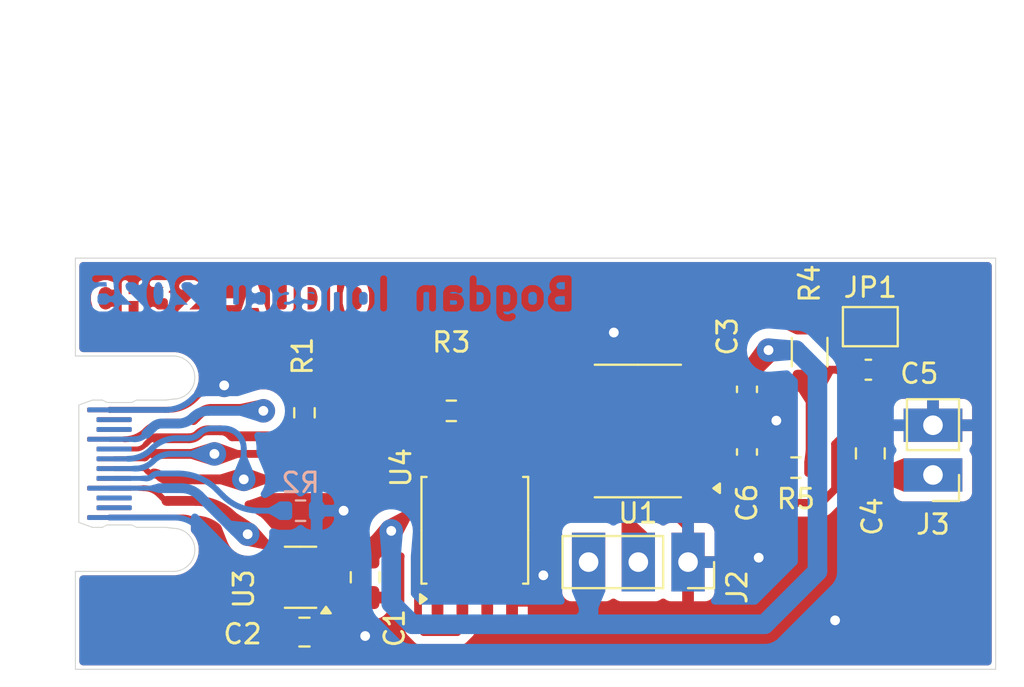
<source format=kicad_pcb>
(kicad_pcb (version 20240108) (generator "pcbnew") (generator_version "8.0")
  (layers (0 "F.Cu" signal) (31 "B.Cu" signal) (34 "B.Paste" user) (35 "F.Paste" user) (36 "B.SilkS" user "B.Silkscreen") (37 "F.SilkS" user "F.Silkscreen") (38 "B.Mask" user) (39 "F.Mask" user) (44 "Edge.Cuts" user))
  (net 0 "")
  (net 1 "+3V3")
  (net 2 "GND")
  (net 3 "+5V")
  (net 4 "Net-(J3-Pin_1)")
  (net 5 "Net-(C5-Pad1)")
  (net 6 "PA2")
  (net 7 "PC4")
  (net 8 "Net-(J1-CC2)")
  (net 9 "Net-(J1-CC1)")
  (net 10 "PC3")
  (net 11 "SWIO")
  (net 12 "PC6")
  (net 13 "PC7")
  (net 16 "PC5")
  (net 17 "PD3")
  (net 18 "PC0")
  (net 19 "PC1")
  (net 20 "PD6")
  (net 21 "PD7")
  (net 22 "PA1")
  (net 23 "PD5")
  (net 24 "PD2")
  (net 25 "PC2")
  (net 26 "PD0")
  (footprint "Capacitor_SMD:C_0603_1608Metric" (layer "F.Cu") (at 136.5 80.7)
    (property "Reference" "C5" (at 2.6 0.2 0) (layer "F.SilkS"))
    (property "Value" "22n")
    (fp_line (start -0.14058 -0.51) (end 0.14058 -0.51) (stroke (width 0.12)) (layer "F.SilkS"))
    (fp_line (start -0.14058 0.51) (end 0.14058 0.51) (stroke (width 0.12)) (layer "F.SilkS"))
    (pad "1" smd roundrect (at -0.775 0) (size 0.9 0.95) (layers "F.Cu" "F.Paste" "F.Mask") (net 5 "Net-(C5-Pad1)"))
    (pad "2" smd roundrect (at 0.775 0) (size 0.9 0.95) (layers "F.Cu" "F.Paste" "F.Mask") (net 22 "PA1"))
  )
  (footprint "Capacitor_SMD:C_0805_2012Metric_Pad1.18x1.45mm_HandSolder" (layer "F.Cu") (at 136.6 84.975 -90)
    (property "Reference" "C4" (at 3.225 -0.1 90) (layer "F.SilkS"))
    (property "Value" "10u")
    (fp_line (start -0.261253 0.735) (end 0.261253 0.735) (stroke (width 0.12)) (layer "F.SilkS"))
    (fp_line (start -0.261253 -0.735) (end 0.261253 -0.735) (stroke (width 0.12)) (layer "F.SilkS"))
    (pad "1" smd roundrect (at -1.0375 0 270) (size 1.175 1.45) (layers "F.Cu" "F.Paste" "F.Mask") (roundrect_rratio 0.212766) (net 22 "PA1"))
    (pad "2" smd roundrect (at 1.0375 0 270) (size 1.175 1.45) (layers "F.Cu" "F.Paste" "F.Mask") (roundrect_rratio 0.212766) (net 4 "Net-(J3-Pin_1)"))
  )
  (footprint "Capacitor_SMD:C_0603_1608Metric" (layer "F.Cu") (at 130.3 81.7 -90)
    (property "Reference" "C3" (at -2.7 1 90) (layer "F.SilkS"))
    (property "Value" "100n")
    (fp_line (start -0.140581 0.51) (end 0.140581 0.51) (stroke (width 0.12)) (layer "F.SilkS"))
    (fp_line (start -0.140581 -0.51) (end 0.140581 -0.51) (stroke (width 0.12)) (layer "F.SilkS"))
    (pad "1" smd roundrect (at -0.775 0 270) (size 0.9 0.95) (layers "F.Cu" "F.Paste" "F.Mask") (net 1 "+3V3"))
    (pad "2" smd roundrect (at 0.775 0 270) (size 0.9 0.95) (layers "F.Cu" "F.Paste" "F.Mask") (net 2 "GND"))
  )
  (footprint "Package_SO:TSSOP-20_4.4x6.5mm_P0.65mm" (layer "F.Cu") (at 124.727501 83.83 180)
    (property "Reference" "U1" (at 0 -4.199999 360) (layer "F.SilkS"))
    (property "Value" "~")
    (fp_line (start 0 3.384999) (end 2.199999 3.385) (stroke (width 0.12)) (layer "F.SilkS"))
    (fp_line (start 0 3.384999) (end -2.199999 3.385) (stroke (width 0.12)) (layer "F.SilkS"))
    (fp_line (start 0 -3.384999) (end 2.199999 -3.385) (stroke (width 0.12)) (layer "F.SilkS"))
    (fp_line (start 0 -3.384999) (end -2.199999 -3.385) (stroke (width 0.12)) (layer "F.SilkS"))
    (fp_poly (pts (xy -3.86 -2.925) (xy -4.189999 -3.165) (xy -4.19 -2.685) (xy -3.86 -2.925)) (stroke (width 0.12)) (fill solid) (layer "F.SilkS"))
    (pad "1" smd roundrect (at -2.8625 -2.925 180) (size 1.475 0.4) (layers "F.Cu" "F.Paste" "F.Mask") (net 22 "PA1"))
    (pad "2" smd roundrect (at -2.8625 -2.275 180) (size 1.475 0.4) (layers "F.Cu" "F.Paste" "F.Mask") (net 23 "PD5"))
    (pad "3" smd roundrect (at -2.8625 -1.625 180) (size 1.475 0.4) (layers "F.Cu" "F.Paste" "F.Mask") (net 20 "PD6"))
    (pad "4" smd roundrect (at -2.8625 -0.975 180) (size 1.475 0.4) (layers "F.Cu" "F.Paste" "F.Mask") (net 21 "PD7"))
    (pad "5" smd roundrect (at -2.8625 -0.325 180) (size 1.475 0.4) (layers "F.Cu" "F.Paste" "F.Mask") (net 22 "PA1"))
    (pad "6" smd roundrect (at -2.8625 0.325 180) (size 1.475 0.4) (layers "F.Cu" "F.Paste" "F.Mask") (net 6 "PA2"))
    (pad "7" smd roundrect (at -2.8625 0.975 180) (size 1.475 0.4) (layers "F.Cu" "F.Paste" "F.Mask") (net 2 "GND"))
    (pad "8" smd roundrect (at -2.8625 1.625 180) (size 1.475 0.4) (layers "F.Cu" "F.Paste" "F.Mask") (net 26 "PD0"))
    (pad "9" smd roundrect (at -2.8625 2.275 180) (size 1.475 0.4) (layers "F.Cu" "F.Paste" "F.Mask") (net 1 "+3V3"))
    (pad "10" smd roundrect (at -2.8625 2.925 180) (size 1.475 0.4) (layers "F.Cu" "F.Paste" "F.Mask") (net 18 "PC0"))
    (pad "11" smd roundrect (at 2.8625 2.925 180) (size 1.475 0.4) (layers "F.Cu" "F.Paste" "F.Mask") (net 19 "PC1"))
    (pad "12" smd roundrect (at 2.8625 2.275 180) (size 1.475 0.4) (layers "F.Cu" "F.Paste" "F.Mask") (net 25 "PC2"))
    (pad "13" smd roundrect (at 2.8625 1.625 180) (size 1.475 0.4) (layers "F.Cu" "F.Paste" "F.Mask") (net 10 "PC3"))
    (pad "14" smd roundrect (at 2.8625 0.975 180) (size 1.475 0.4) (layers "F.Cu" "F.Paste" "F.Mask") (net 7 "PC4"))
    (pad "15" smd roundrect (at 2.8625 0.325 180) (size 1.475 0.4) (layers "F.Cu" "F.Paste" "F.Mask") (net 16 "PC5"))
    (pad "16" smd roundrect (at 2.8625 -0.325 180) (size 1.475 0.4) (layers "F.Cu" "F.Paste" "F.Mask") (net 12 "PC6"))
    (pad "17" smd roundrect (at 2.8625 -0.975 180) (size 1.475 0.4) (layers "F.Cu" "F.Paste" "F.Mask") (net 13 "PC7"))
    (pad "18" smd roundrect (at 2.8625 -1.625 180) (size 1.475 0.4) (layers "F.Cu" "F.Paste" "F.Mask") (net 11 "SWIO"))
    (pad "19" smd roundrect (at 2.8625 -2.275 180) (size 1.475 0.4) (layers "F.Cu" "F.Paste" "F.Mask") (net 24 "PD2"))
    (pad "20" smd roundrect (at 2.8625 -2.925 180) (size 1.475 0.4) (layers "F.Cu" "F.Paste" "F.Mask") (net 17 "PD3"))
  )
  (footprint "Connector_PinHeader_2.54mm:PinHeader_1x02_P2.54mm_Vertical" (layer "F.Cu") (at 139.8 86.075 180)
    (property "Reference" "J3" (at 0 -2.525 360) (layer "F.SilkS"))
    (property "Value" "Conn_01x02")
    (fp_line (start 1.33 1.270001) (end 1.33 3.87) (stroke (width 0.12)) (layer "F.SilkS"))
    (fp_line (start -1.33 3.87) (end 1.33 3.87) (stroke (width 0.12)) (layer "F.SilkS"))
    (fp_line (start -1.33 1.270001) (end 1.33 1.270001) (stroke (width 0.12)) (layer "F.SilkS"))
    (fp_line (start -1.33 1.270001) (end -1.33 3.87) (stroke (width 0.12)) (layer "F.SilkS"))
    (fp_line (start -1.33 0) (end -1.33 -1.33) (stroke (width 0.12)) (layer "F.SilkS"))
    (fp_line (start -1.33 -1.33) (end 0 -1.33) (stroke (width 0.12)) (layer "F.SilkS"))
    (pad "1" thru_hole rect (at 0 0 180) (size 3 1.7) (drill 1) (layers "*.Cu" "*.Mask") (net 4 "Net-(J3-Pin_1)"))
    (pad "2" thru_hole rect (at 0 2.54 180) (size 3 1.7) (drill 1) (layers "*.Cu" "*.Mask") (net 2 "GND"))
  )
  (footprint "Capacitor_SMD:C_0603_1608Metric" (layer "F.Cu") (at 130.3 84.9 90)
    (property "Reference" "C6" (at -2.6 0 90) (layer "F.SilkS"))
    (property "Value" "1n5")
    (fp_line (start -0.140581 -0.51) (end 0.140581 -0.51) (stroke (width 0.12)) (layer "F.SilkS"))
    (fp_line (start -0.140581 0.51) (end 0.140581 0.51) (stroke (width 0.12)) (layer "F.SilkS"))
    (pad "1" smd roundrect (at -0.775 0 90) (size 0.9 0.95) (layers "F.Cu" "F.Paste" "F.Mask") (net 6 "PA2"))
    (pad "2" smd roundrect (at 0.775 0 90) (size 0.9 0.95) (layers "F.Cu" "F.Paste" "F.Mask") (net 2 "GND"))
  )
  (footprint "Capacitor_SMD:C_0805_2012Metric_Pad1.18x1.45mm_HandSolder" (layer "F.Cu") (at 107.7 94.1)
    (property "Reference" "C2" (at -3.1625 0.1 360) (layer "F.SilkS"))
    (property "Value" "10u")
    (fp_line (start -0.261253 -0.735) (end 0.261253 -0.735) (stroke (width 0.12)) (layer "F.SilkS"))
    (fp_line (start -0.261253 0.735) (end 0.261253 0.735) (stroke (width 0.12)) (layer "F.SilkS"))
    (pad "1" smd roundrect (at -1.0375 0) (size 1.175 1.45) (layers "F.Cu" "F.Paste" "F.Mask") (roundrect_rratio 0.212766) (net 3 "+5V"))
    (pad "2" smd roundrect (at 1.0375 0) (size 1.175 1.45) (layers "F.Cu" "F.Paste" "F.Mask") (roundrect_rratio 0.212766) (net 2 "GND"))
  )
  (footprint "Resistor_SMD:R_1206_3216Metric" (layer "F.Cu") (at 133.5 79.8 90)
    (property "Reference" "R4" (at 3.5 0 90) (layer "F.SilkS"))
    (property "Value" "330")
    (fp_line (start -0.727064 -0.91) (end 0.727064 -0.91) (stroke (width 0.12)) (layer "F.SilkS"))
    (fp_line (start -0.727064 0.91) (end 0.727064 0.91) (stroke (width 0.12)) (layer "F.SilkS"))
    (pad "1" smd roundrect (at -1.4625 0 90) (size 1.125 1.75) (layers "F.Cu" "F.Paste" "F.Mask") (roundrect_rratio 0.222222) (net 5 "Net-(C5-Pad1)"))
    (pad "2" smd roundrect (at 1.4625 0 90) (size 1.125 1.75) (layers "F.Cu" "F.Paste" "F.Mask") (roundrect_rratio 0.222222) (net 10 "PC3"))
  )
  (footprint "Resistor_SMD:R_0603_1608Metric" (layer "F.Cu") (at 107.7 82.9 -90)
    (property "Reference" "R1" (at -2.9 0.1 90) (layer "F.SilkS"))
    (property "Value" "5K1")
    (fp_line (start -0.237258 0.5225) (end 0.237258 0.5225) (stroke (width 0.12)) (layer "F.SilkS"))
    (fp_line (start -0.237258 -0.5225) (end 0.237258 -0.5225) (stroke (width 0.12)) (layer "F.SilkS"))
    (pad "1" smd roundrect (at -0.825 0 270) (size 0.8 0.95) (layers "F.Cu" "F.Paste" "F.Mask") (net 2 "GND"))
    (pad "2" smd roundrect (at 0.825 0 270) (size 0.8 0.95) (layers "F.Cu" "F.Paste" "F.Mask") (net 9 "Net-(J1-CC1)"))
  )
  (footprint "Capacitor_SMD:C_0805_2012Metric_Pad1.18x1.45mm_HandSolder" (layer "F.Cu") (at 110.8 91.3 -90)
    (property "Reference" "C1" (at 2.6 -1.5 90) (layer "F.SilkS"))
    (property "Value" "1u")
    (fp_line (start -0.261253 0.735) (end 0.261253 0.735) (stroke (width 0.12)) (layer "F.SilkS"))
    (fp_line (start -0.261253 -0.735) (end 0.261253 -0.735) (stroke (width 0.12)) (layer "F.SilkS"))
    (pad "1" smd roundrect (at -1.0375 0 270) (size 1.175 1.45) (layers "F.Cu" "F.Paste" "F.Mask") (roundrect_rratio 0.212766) (net 1 "+3V3"))
    (pad "2" smd roundrect (at 1.0375 0 270) (size 1.175 1.45) (layers "F.Cu" "F.Paste" "F.Mask") (roundrect_rratio 0.212766) (net 2 "GND"))
  )
  (footprint "Resistor_SMD:R_0603_1608Metric" (layer "F.Cu") (at 115.2 82.8 180)
    (property "Reference" "R3" (at 0 3.5 360) (layer "F.SilkS"))
    (property "Value" "1K5")
    (fp_line (start -0.237258 0.5225) (end 0.237258 0.5225) (stroke (width 0.12)) (layer "F.SilkS"))
    (fp_line (start -0.237258 -0.5225) (end 0.237258 -0.5225) (stroke (width 0.12)) (layer "F.SilkS"))
    (pad "1" smd roundrect (at -0.825 0 180) (size 0.8 0.95) (layers "F.Cu" "F.Paste" "F.Mask") (net 7 "PC4"))
    (pad "2" smd roundrect (at 0.825 0 180) (size 0.8 0.95) (layers "F.Cu" "F.Paste" "F.Mask") (net 25 "PC2"))
  )
  (footprint "Connector_PinSocket_2.54mm:PinSocket_1x03_P2.54mm_Vertical" (layer "F.Cu") (at 127.29 90.525 -90)
    (property "Reference" "J2" (at 1.275 -2.51 90) (layer "F.SilkS"))
    (property "Value" "Debug")
    (fp_line (start -1.33 6.409999) (end 1.33 6.409999) (stroke (width 0.12)) (layer "F.SilkS"))
    (fp_line (start -1.33 1.270001) (end -1.33 6.409999) (stroke (width 0.12)) (layer "F.SilkS"))
    (fp_line (start -1.33 1.270001) (end 1.33 1.270001) (stroke (width 0.12)) (layer "F.SilkS"))
    (fp_line (start 1.33 1.270001) (end 1.33 6.409999) (stroke (width 0.12)) (layer "F.SilkS"))
    (fp_line (start 0 -1.33) (end 1.33 -1.33) (stroke (width 0.12)) (layer "F.SilkS"))
    (fp_line (start 1.33 -1.33) (end 1.33 0) (stroke (width 0.12)) (layer "F.SilkS"))
    (pad "1" thru_hole rect (at 0 0 270) (size 3 1.7) (drill 1) (layers "*.Cu" "*.Mask") (net 2 "GND"))
    (pad "2" thru_hole rect (at 0 2.54 270) (size 3 1.7) (drill 1) (layers "*.Cu" "*.Mask") (net 11 "SWIO"))
    (pad "3" thru_hole rect (at 0 5.079999 270) (size 3 1.7) (drill 1) (layers "*.Cu" "*.Mask") (net 1 "+3V3"))
  )
  (footprint "Resistor_SMD:R_0603_1608Metric" (layer "F.Cu") (at 132.8 85.7)
    (property "Reference" "R5" (at 0 1.6 0) (layer "F.SilkS"))
    (property "Value" "10k")
    (fp_line (start -0.237258 -0.5225) (end 0.237258 -0.5225) (stroke (width 0.12)) (layer "F.SilkS"))
    (fp_line (start -0.237258 0.5225) (end 0.237258 0.5225) (stroke (width 0.12)) (layer "F.SilkS"))
    (pad "1" smd roundrect (at -0.825 0) (size 0.8 0.95) (layers "F.Cu" "F.Paste" "F.Mask") (net 6 "PA2"))
    (pad "2" smd roundrect (at 0.825 0) (size 0.8 0.95) (layers "F.Cu" "F.Paste" "F.Mask") (net 5 "Net-(C5-Pad1)"))
  )
  (footprint "Jumper:SolderJumper-2_P1.3mm_Open_TrianglePad1.0x1.5mm" (layer "F.Cu") (at 136.6 78.5)
    (property "Reference" "JP1" (at 0 -2 0) (layer "F.SilkS"))
    (property "Value" "Disable OPA")
    (fp_line (start -1.4 -1) (end 1.4 -1) (stroke (width 0.12)) (layer "F.SilkS"))
    (fp_line (start -1.4 1) (end -1.4 -1) (stroke (width 0.12)) (layer "F.SilkS"))
    (fp_line (start 1.4 -1) (end 1.4 1) (stroke (width 0.12)) (layer "F.SilkS"))
    (fp_line (start 1.4 1) (end -1.4 1) (stroke (width 0.12)) (layer "F.SilkS"))
    (pad "1" smd custom (at -0.725 0) (size 0.3 0.3) (layers "F.Cu" "F.Mask") (net 10 "PC3") (options (clearance outline) (anchor rect)) (primitives (gr_poly (pts (xy 1 0) (xy 0.5 0.75) (xy -0.5 0.75) (xy -0.5 -0.75) (xy 0.5 -0.75)) (width 0) (fill yes))))
    (pad "2" smd custom (at 0.725 0) (size 0.3 0.3) (layers "F.Cu" "F.Mask") (net 22 "PA1") (options (clearance outline) (anchor rect)) (primitives (gr_poly (pts (xy 0.5 0.75) (xy -0.65 0.75) (xy -0.15 0) (xy -0.65 -0.75) (xy 0.5 -0.75)) (width 0) (fill yes))))
  )
  (footprint "USB-C-PCB:USB_C_PADDLE" (layer "F.Cu") (at 98.625 85.5 90)
    (property "Reference" "J1" (hide yes))
    (property "Value" "USB_C_Receptacle_USB2.0_14P")
    (fp_line (start 3 -2.45) (end -3 -2.45) (stroke (width 0.05)) (layer "Edge.Cuts"))
    (fp_line (start 3 -2.45) (end 3.25 -1.75) (stroke (width 0.05)) (layer "Edge.Cuts"))
    (fp_line (start -3 -2.45) (end -3.25 -1.75) (stroke (width 0.05)) (layer "Edge.Cuts"))
    (fp_line (start 3.25 -1.75) (end 3.250001 -1.25) (stroke (width 0.05)) (layer "Edge.Cuts"))
    (fp_line (start -3.25 -1.75) (end -3.250001 -1.25) (stroke (width 0.05)) (layer "Edge.Cuts"))
    (fp_line (start 3.250001 -1.25) (end 3.125 -1) (stroke (width 0.05)) (layer "Edge.Cuts"))
    (fp_line (start -3.250001 -1.25) (end -3.125 -1) (stroke (width 0.05)) (layer "Edge.Cuts"))
    (fp_line (start 3.125 -1) (end 3.125 0.25) (stroke (width 0.05)) (layer "Edge.Cuts"))
    (fp_line (start -3.125 -1) (end -3.125 0.25) (stroke (width 0.05)) (layer "Edge.Cuts"))
    (fp_line (start 3.25 0.499999) (end 3.125 0.25) (stroke (width 0.05)) (layer "Edge.Cuts"))
    (fp_line (start -3.25 0.499999) (end -3.125 0.25) (stroke (width 0.05)) (layer "Edge.Cuts"))
    (fp_line (start -3.25 0.499999) (end -3.25 2.000001) (stroke (width 0.05)) (layer "Edge.Cuts"))
    (fp_line (start 3.25 2.000001) (end 3.25 0.499999) (stroke (width 0.05)) (layer "Edge.Cuts"))
    (pad "A1" smd roundrect (at 2.75 -0.875 90) (size 0.25 2.3) (layers "F.Cu" "F.Paste" "F.Mask") (net 2 "GND"))
    (pad "A2" smd roundrect (at 2.25 -0.65 90) (size 0.25 1.8) (layers "F.Cu" "F.Paste" "F.Mask"))
    (pad "A3" smd roundrect (at 1.749999 -0.65 90) (size 0.25 1.8) (layers "F.Cu" "F.Paste" "F.Mask"))
    (pad "A4" smd roundrect (at 1.25 -0.875 90) (size 0.25 2.3) (layers "F.Cu" "F.Paste" "F.Mask") (net 3 "+5V"))
    (pad "A5" smd roundrect (at 0.75 -0.649999 90) (size 0.25 1.8) (layers "F.Cu" "F.Paste" "F.Mask") (net 9 "Net-(J1-CC1)"))
    (pad "A6" smd roundrect (at 0.25 -0.65 90) (size 0.25 1.8) (layers "F.Cu" "F.Paste" "F.Mask") (net 19 "PC1"))
    (pad "A7" smd roundrect (at -0.25 -0.65 270) (size 0.25 1.8) (layers "F.Cu" "F.Paste" "F.Mask") (net 25 "PC2"))
    (pad "A8" smd roundrect (at -0.75 -0.649999 270) (size 0.25 1.8) (layers "F.Cu" "F.Paste" "F.Mask"))
    (pad "A9" smd roundrect (at -1.25 -0.875 270) (size 0.25 2.3) (layers "F.Cu" "F.Paste" "F.Mask") (net 3 "+5V"))
    (pad "A10" smd roundrect (at -1.749999 -0.65 270) (size 0.25 1.8) (layers "F.Cu" "F.Paste" "F.Mask"))
    (pad "A11" smd roundrect (at -2.25 -0.65 270) (size 0.25 1.8) (layers "F.Cu" "F.Paste" "F.Mask"))
    (pad "A12" smd roundrect (at -2.75 -0.875 270) (size 0.25 2.3) (layers "F.Cu" "F.Paste" "F.Mask") (net 2 "GND"))
    (pad "B1" smd roundrect (at -2.75 -0.87 90) (size 0.25 2.3) (layers "B.Cu" "B.Paste" "B.Mask") (net 2 "GND"))
    (pad "B2" smd roundrect (at -2.25 -0.645 90) (size 0.25 1.8) (layers "B.Cu" "B.Paste" "B.Mask"))
    (pad "B3" smd roundrect (at -1.75 -0.645 90) (size 0.25 1.8) (layers "B.Cu" "B.Paste" "B.Mask"))
    (pad "B4" smd roundrect (at -1.25 -0.869999 90) (size 0.25 2.3) (layers "B.Cu" "B.Paste" "B.Mask") (net 3 "+5V"))
    (pad "B5" smd roundrect (at -0.75 -0.645 90) (size 0.25 1.8) (layers "B.Cu" "B.Paste" "B.Mask") (net 8 "Net-(J1-CC2)"))
    (pad "B6" smd roundrect (at -0.25 -0.645 90) (size 0.25 1.8) (layers "B.Cu" "B.Paste" "B.Mask") (net 19 "PC1"))
    (pad "B7" smd roundrect (at 0.25 -0.645 270) (size 0.25 1.8) (layers "B.Cu" "B.Paste" "B.Mask") (net 25 "PC2"))
    (pad "B8" smd roundrect (at 0.75 -0.645 270) (size 0.25 1.8) (layers "B.Cu" "B.Paste" "B.Mask"))
    (pad "B9" smd roundrect (at 1.25 -0.869999 270) (size 0.25 2.3) (layers "B.Cu" "B.Paste" "B.Mask") (net 3 "+5V"))
    (pad "B10" smd roundrect (at 1.75 -0.645 270) (size 0.25 1.8) (layers "B.Cu" "B.Paste" "B.Mask"))
    (pad "B11" smd roundrect (at 2.25 -0.645 270) (size 0.25 1.8) (layers "B.Cu" "B.Paste" "B.Mask"))
    (pad "B12" smd roundrect (at 2.75 -0.87 270) (size 0.25 2.3) (layers "B.Cu" "B.Paste" "B.Mask") (net 2 "GND"))
  )
  (footprint "Package_TO_SOT_SMD:SOT-23-3" (layer "F.Cu") (at 107.499999 91.3 180)
    (property "Reference" "U3" (at 2.899999 -0.6 90) (layer "F.SilkS"))
    (property "Value" "XC6206PxxxMR")
    (fp_line (start 0 1.560001) (end 0.8 1.56) (stroke (width 0.12)) (layer "F.SilkS"))
    (fp_line (start 0 1.560001) (end -0.8 1.56) (stroke (width 0.12)) (layer "F.SilkS"))
    (fp_line (start 0 -1.560001) (end 0.8 -1.56) (stroke (width 0.12)) (layer "F.SilkS"))
    (fp_line (start 0 -1.560001) (end -0.8 -1.56) (stroke (width 0.12)) (layer "F.SilkS"))
    (fp_poly (pts (xy -1.3 -1.51) (xy -1.54 -1.84) (xy -1.06 -1.84) (xy -1.3 -1.51)) (stroke (width 0.12)) (fill solid) (layer "F.SilkS"))
    (pad "1" smd roundrect (at -1.1375 -0.949999 180) (size 1.325 0.6) (layers "F.Cu" "F.Paste" "F.Mask") (net 2 "GND"))
    (pad "2" smd roundrect (at -1.1375 0.949999 180) (size 1.325 0.6) (layers "F.Cu" "F.Paste" "F.Mask") (net 1 "+3V3"))
    (pad "3" smd roundrect (at 1.1375 0 180) (size 1.325 0.6) (layers "F.Cu" "F.Paste" "F.Mask") (net 3 "+5V"))
  )
  (footprint "Package_SO:SOIC-8_5.23x5.23mm_P1.27mm" (layer "F.Cu") (at 116.4 88.9 90)
    (property "Reference" "U4" (at 3.2 -3.765 90) (layer "F.SilkS"))
    (property "Value" "W25Q16JVSS")
    (fp_line (start 2.725 -2.725) (end 2.725 -2.465) (stroke (width 0.12)) (layer "F.SilkS"))
    (fp_line (start 0 -2.725) (end 2.725 -2.725) (stroke (width 0.12)) (layer "F.SilkS"))
    (fp_line (start 0 -2.725) (end -2.725 -2.725) (stroke (width 0.12)) (layer "F.SilkS"))
    (fp_line (start -2.725 -2.725) (end -2.725 -2.465) (stroke (width 0.12)) (layer "F.SilkS"))
    (fp_line (start 2.725 2.725) (end 2.725 2.465) (stroke (width 0.12)) (layer "F.SilkS"))
    (fp_line (start 0 2.725) (end 2.725 2.725) (stroke (width 0.12)) (layer "F.SilkS"))
    (fp_line (start 0 2.725) (end -2.725 2.725) (stroke (width 0.12)) (layer "F.SilkS"))
    (fp_line (start -2.725 2.725) (end -2.725 2.465) (stroke (width 0.12)) (layer "F.SilkS"))
    (fp_poly (pts (xy -3.5075 -2.465) (xy -3.7475 -2.795) (xy -3.2675 -2.795) (xy -3.5075 -2.465)) (stroke (width 0.12)) (fill solid) (layer "F.SilkS"))
    (pad "1" smd roundrect (at -3.6 -1.905 90) (size 1.6 0.6) (layers "F.Cu" "F.Paste" "F.Mask") (net 24 "PD2"))
    (pad "2" smd roundrect (at -3.6 -0.635 90) (size 1.6 0.6) (layers "F.Cu" "F.Paste" "F.Mask") (net 13 "PC7"))
    (pad "3" smd roundrect (at -3.6 0.635 90) (size 1.6 0.6) (layers "F.Cu" "F.Paste" "F.Mask"))
    (pad "4" smd roundrect (at -3.6 1.905 90) (size 1.6 0.6) (layers "F.Cu" "F.Paste" "F.Mask") (net 2 "GND"))
    (pad "5" smd roundrect (at 3.6 1.905 90) (size 1.6 0.6) (layers "F.Cu" "F.Paste" "F.Mask") (net 12 "PC6"))
    (pad "6" smd roundrect (at 3.6 0.635 90) (size 1.6 0.6) (layers "F.Cu" "F.Paste" "F.Mask") (net 16 "PC5"))
    (pad "7" smd roundrect (at 3.6 -0.635 90) (size 1.6 0.6) (layers "F.Cu" "F.Paste" "F.Mask"))
    (pad "8" smd roundrect (at 3.6 -1.905 90) (size 1.6 0.6) (layers "F.Cu" "F.Paste" "F.Mask") (net 1 "+3V3"))
  )
  (footprint "Resistor_SMD:R_0603_1608Metric" (layer "B.Cu") (at 107.5 87.9 180)
    (property "Reference" "R2" (at 0 1.43 0) (layer "B.SilkS") (effects (justify mirror)))
    (property "Value" "5K1")
    (fp_line (start 0.237258 0.5225) (end -0.237258 0.5225) (stroke (width 0.12)) (layer "B.SilkS"))
    (fp_line (start 0.237258 -0.5225) (end -0.237258 -0.5225) (stroke (width 0.12)) (layer "B.SilkS"))
    (pad "1" smd roundrect (at -0.825 0 180) (size 0.8 0.95) (layers "B.Cu" "B.Paste" "B.Mask") (net 2 "GND"))
    (pad "2" smd roundrect (at 0.825 0 180) (size 0.8 0.95) (layers "B.Cu" "B.Paste" "B.Mask") (net 8 "Net-(J1-CC2)"))
  )
  (gr_line (start 96 91) (end 101 91) (stroke (width 0.05)) (layer "Edge.Cuts"))
  (gr_line (start 96 80) (end 96 75) (stroke (width 0.05)) (layer "Edge.Cuts"))
  (gr_line (start 96 91) (end 96 96) (stroke (width 0.05)) (layer "Edge.Cuts"))
  (gr_arc (start 101 88.8) (mid 102.1 89.9) (end 101 91) (stroke (width 0.05)) (layer "Edge.Cuts"))
  (gr_line (start 143 96) (end 143 75) (stroke (width 0.05)) (layer "Edge.Cuts"))
  (gr_line (start 101 88.8) (end 100.625001 88.75) (stroke (width 0.05)) (layer "Edge.Cuts"))
  (gr_line (start 143 75) (end 96 75) (stroke (width 0.05)) (layer "Edge.Cuts"))
  (gr_line (start 143 96) (end 96 96) (stroke (width 0.05)) (layer "Edge.Cuts"))
  (gr_line (start 96 80) (end 101 80) (stroke (width 0.05)) (layer "Edge.Cuts"))
  (gr_line (start 100.625001 82.25) (end 101 82.2) (stroke (width 0.05)) (layer "Edge.Cuts"))
  (gr_arc (start 101 80) (mid 102.1 81.1) (end 101 82.2) (stroke (width 0.05)) (layer "Edge.Cuts"))
  (gr_text "CH32-AUDIO" (at 103.9 78 -0) (layer "F.Cu" knockout) (effects (font (size 1.5 1.5) (thickness 0.35) (bold yes)) (justify bottom)))
  (gr_text "Bogdan Ionescu 2025" (at 109.1 76 0) (layer "B.Cu" knockout) (effects (font (size 1.5 1.5) (thickness 0.35) (bold yes)) (justify top mirror)))
  (segment (start 114.495 86.5675) (end 112.13125 88.93125) (width 0.5) (layer "F.Cu") (net 1))
  (segment (start 128.745 81.555) (end 127.590001 81.555) (width 0.4) (layer "F.Cu") (net 1))
  (segment (start 131.4 79.7) (end 131.4 79.825) (width 1) (layer "F.Cu") (net 1))
  (segment (start 112.13125 88.93125) (end 110.8 90.2625) (width 1) (layer "F.Cu") (net 1))
  (segment (start 129.375 80.925) (end 130.3 80.925) (width 0.4) (layer "F.Cu") (net 1))
  (segment (start 114.495 85.3) (end 114.495 86.5675) (width 0.5) (layer "F.Cu") (net 1))
  (segment (start 110.8 90.2625) (end 108.725 90.2625) (width 0.5) (layer "F.Cu") (net 1))
  (segment (start 131.4 79.825) (end 130.3 80.925) (width 1) (layer "F.Cu") (net 1))
  (segment (start 128.745 81.555) (end 129.375 80.925) (width 0.4) (layer "F.Cu") (net 1))
  (segment (start 108.725 90.2625) (end 108.637499 90.350001) (width 0.5) (layer "F.Cu") (net 1))
  (via (at 112.13125 88.93125) (size 1.2) (drill 0.5) (layers "F.Cu" "B.Cu") (net 1))
  (via (at 131.4 79.7) (size 1.2) (drill 0.5) (layers "F.Cu" "B.Cu") (net 1))
  (segment (start 133.9 80.8) (end 132.8 79.7) (width 1) (layer "B.Cu") (net 1))
  (segment (start 112.13125 88.93125) (end 112.13125 92.63125) (width 1) (layer "B.Cu") (net 1))
  (segment (start 113.2 93.7) (end 121.8 93.7) (width 1) (layer "B.Cu") (net 1))
  (segment (start 133.9 91) (end 133.9 80.8) (width 1) (layer "B.Cu") (net 1))
  (segment (start 112.13125 92.63125) (end 113.2 93.7) (width 1) (layer "B.Cu") (net 1))
  (segment (start 132.8 79.7) (end 131.4 79.7) (width 1) (layer "B.Cu") (net 1))
  (segment (start 131.2 93.7) (end 133.9 91) (width 1) (layer "B.Cu") (net 1))
  (segment (start 122.210001 93.289999) (end 122.210001 90.525) (width 1) (layer "B.Cu") (net 1))
  (segment (start 121.8 93.7) (end 131.2 93.7) (width 1) (layer "B.Cu") (net 1))
  (segment (start 121.8 93.7) (end 122.210001 93.289999) (width 1) (layer "B.Cu") (net 1))
  (segment (start 101.49038 88.25) (end 97.75 88.25) (width 0.3) (layer "F.Cu") (net 2))
  (segment (start 125.845 82.855) (end 125.5 83.2) (width 0.4) (layer "F.Cu") (net 2))
  (segment (start 97.756065 82.746447) (end 100.742892 82.746447) (width 0.3) (layer "F.Cu") (net 2))
  (segment (start 130.425 82.6) (end 130.3 82.475) (width 0.4) (layer "F.Cu") (net 2))
  (segment (start 130.3 84.125) (end 130.3 82.475) (width 0.4) (layer "F.Cu") (net 2))
  (segment (start 127.590001 82.855) (end 125.845 82.855) (width 0.4) (layer "F.Cu") (net 2))
  (segment (start 129.625 82.475) (end 130.3 82.475) (width 0.4) (layer "F.Cu") (net 2))
  (segment (start 108.637499 92.249999) (end 110.712499 92.249999) (width 0.5) (layer "F.Cu") (net 2))
  (segment (start 125.5 87) (end 127.29 88.79) (width 0.4) (layer "F.Cu") (net 2))
  (segment (start 127.29 88.79) (end 127.29 90.525) (width 0.4) (layer "F.Cu") (net 2))
  (segment (start 102.275 88.575) (end 102.6 88.9) (width 0.3) (layer "F.Cu") (net 2))
  (segment (start 127.590001 82.855) (end 129.245 82.855) (width 0.4) (layer "F.Cu") (net 2))
  (segment (start 102.664644 81.635355) (end 102.126776 82.173223) (width 0.3) (layer "F.Cu") (net 2))
  (segment (start 108.7375 92.35) (end 108.637499 92.249999) (width 0.5) (layer "F.Cu") (net 2))
  (segment (start 125.5 83.2) (end 125.5 87) (width 0.4) (layer "F.Cu") (net 2))
  (segment (start 97.751776 82.748223) (end 97.75 82.75) (width 0.3) (layer "F.Cu") (net 2))
  (segment (start 131.1 82.6) (end 130.425 82.6) (width 0.4) (layer "F.Cu") (net 2))
  (segment (start 130.975 84.125) (end 130.3 84.125) (width 0.4) (layer "F.Cu") (net 2))
  (segment (start 131.8 83.3) (end 130.975 84.125) (width 0.4) (layer "F.Cu") (net 2))
  (segment (start 108.7375 94.1) (end 108.7375 92.35) (width 0.5) (layer "F.Cu") (net 2))
  (segment (start 102.75 81.6) (end 102.8 81.6) (width 0.3) (layer "F.Cu") (net 2))
  (segment (start 129.245 82.855) (end 129.625 82.475) (width 0.4) (layer "F.Cu") (net 2))
  (segment (start 110.712499 92.249999) (end 110.8 92.3375) (width 0.5) (layer "F.Cu") (net 2))
  (segment (start 131.8 83.3) (end 131.1 82.6) (width 0.4) (layer "F.Cu") (net 2))
  (via (at 134.8 93.5) (size 1.2) (drill 0.5) (layers "F.Cu" "B.Cu") (net 2))
  (via (at 131.8 83.3) (size 1.2) (drill 0.5) (layers "F.Cu" "B.Cu") (net 2))
  (via (at 103.6 81.5) (size 1.2) (drill 0.5) (layers "F.Cu" "B.Cu") (net 2))
  (via (at 119.9 91.2) (size 1.2) (drill 0.5) (layers "F.Cu" "B.Cu") (net 2))
  (via (at 110.8 94.3) (size 1.2) (drill 0.5) (layers "F.Cu" "B.Cu") (net 2))
  (via (at 123.5 78.8) (size 1.2) (drill 0.5) (layers "F.Cu" "B.Cu") (net 2))
  (via (at 130.9 90.3) (size 1.2) (drill 0.5) (layers "F.Cu" "B.Cu") (net 2))
  (via (at 109.7 87.9) (size 1.2) (drill 0.5) (layers "F.Cu" "B.Cu") (net 2))
  (arc (start 102.75 81.6) (mid 102.703805 81.609188) (end 102.664644 81.635355) (width 0.3) (layer "F.Cu") (net 2))
  (arc (start 97.756065 82.746447) (mid 97.753744 82.746908) (end 97.751776 82.748223) (width 0.3) (layer "F.Cu") (net 2))
  (arc (start 102.126776 82.173223) (mid 101.491844 82.59747) (end 100.742892 82.746447) (width 0.3) (layer "F.Cu") (net 2))
  (arc (start 102.275 88.575) (mid 101.915013 88.334464) (end 101.49038 88.25) (width 0.3) (layer "F.Cu") (net 2))
  (segment (start 101.078248 88.25) (end 97.755 88.25) (width 0.3) (layer "B.Cu") (net 2))
  (segment (start 100.590761 82.75) (end 97.755 82.75) (width 0.3) (layer "B.Cu") (net 2))
  (segment (start 102.576967 81.6) (end 102.6 81.6) (width 0.3) (layer "B.Cu") (net 2))
  (segment (start 101.978933 82.174999) (end 102.537647 81.616286) (width 0.3) (layer "B.Cu") (net 2))
  (segment (start 102.225 88.725) (end 102.7 89.2) (width 0.3) (layer "B.Cu") (net 2))
  (arc (start 101.978933 82.174999) (mid 101.342034 82.600562) (end 100.590761 82.75) (width 0.3) (layer "B.Cu") (net 2))
  (arc (start 102.576967 81.6) (mid 102.555687 81.604232) (end 102.537647 81.616286) (width 0.3) (layer "B.Cu") (net 2))
  (arc (start 102.225 88.725) (mid 101.698865 88.373448) (end 101.078248 88.25) (width 0.3) (layer "B.Cu") (net 2))
  (segment (start 104.746966 88.896966) (end 104.025 88.175) (width 0.5) (layer "F.Cu") (net 3))
  (segment (start 105.6 82.8) (end 105.55 82.75) (width 0.5) (layer "F.Cu") (net 3))
  (segment (start 99.49038 86.75) (end 97.75 86.75) (width 0.25) (layer "F.Cu") (net 3))
  (segment (start 102.173223 83.126776) (end 102.026776 83.273223) (width 0.5) (layer "F.Cu") (net 3))
  (segment (start 100.75 87.4) (end 100.65 87.4) (width 0.5) (layer "F.Cu") (net 3))
  (segment (start 106.362499 91.3) (end 106.362499 93.799999) (width 0.5) (layer "F.Cu") (net 3))
  (segment (start 100.685355 83.346447) (end 101.849999 83.346447) (width 0.3) (layer "F.Cu") (net 3))
  (segment (start 105.2 89.1) (end 106.362499 90.262499) (width 0.5) (layer "F.Cu") (net 3))
  (segment (start 106.362499 93.799999) (end 106.6625 94.1) (width 0.5) (layer "F.Cu") (net 3))
  (segment (start 106.362499 90.262499) (end 106.362499 91.3) (width 0.5) (layer "F.Cu") (net 3))
  (segment (start 104.8 89.1) (end 105.2 89.1) (width 0.5) (layer "F.Cu") (net 3))
  (segment (start 105.429289 82.7) (end 102.953553 82.7) (width 0.5) (layer "F.Cu") (net 3))
  (segment (start 102.173223 83.126776) (end 102.35 82.95) (width 0.5) (layer "F.Cu") (net 3))
  (segment (start 104.8 89.025) (end 104.8 89.1) (width 0.5) (layer "F.Cu") (net 3))
  (segment (start 100.275 87.075) (end 100.564644 87.364644) (width 0.3) (layer "F.Cu") (net 3))
  (segment (start 102.153984 87.4) (end 100.75 87.4) (width 0.5) (layer "F.Cu") (net 3))
  (segment (start 98.503985 84.25) (end 97.75 84.25) (width 0.25) (layer "F.Cu") (net 3))
  (via (at 104.8 89.1) (size 1.2) (drill 0.5) (layers "F.Cu" "B.Cu") (net 3))
  (via (at 105.6 82.8) (size 1.2) (drill 0.5) (layers "F.Cu" "B.Cu") (net 3))
  (arc (start 100.275 87.075) (mid 99.915013 86.834464) (end 99.49038 86.75) (width 0.3) (layer "F.Cu") (net 3))
  (arc (start 105.55 82.75) (mid 105.494617 82.712994) (end 105.429289 82.7) (width 0.5) (layer "F.Cu") (net 3))
  (arc (start 102.953553 82.7) (mid 102.626912 82.764972) (end 102.35 82.95) (width 0.5) (layer "F.Cu") (net 3))
  (arc (start 99.59467 83.798223) (mid 99.094259 84.132586) (end 98.503985 84.25) (width 0.3) (layer "F.Cu") (net 3))
  (arc (start 102.026776 83.273223) (mid 101.94567 83.327416) (end 101.849999 83.346447) (width 0.3) (layer "F.Cu") (net 3))
  (arc (start 100.564644 87.364644) (mid 100.603805 87.390811) (end 100.65 87.4) (width 0.3) (layer "F.Cu") (net 3))
  (arc (start 100.685355 83.346447) (mid 100.09508 83.463859) (end 99.59467 83.798223) (width 0.3) (layer "F.Cu") (net 3))
  (arc (start 104.746966 88.896966) (mid 104.786216 88.955708) (end 104.8 89.025) (width 0.5) (layer "F.Cu") (net 3))
  (arc (start 104.025 88.175) (mid 103.16657 87.601415) (end 102.153984 87.4) (width 0.5) (layer "F.Cu") (net 3))
  (segment (start 104.55 89.1) (end 104.8 89.1) (width 0.5) (layer "B.Cu") (net 3))
  (segment (start 101.4 86.75) (end 100.3 86.75) (width 0.5) (layer "B.Cu") (net 3))
  (segment (start 99.031801 84.25) (end 97.755001 84.25) (width 0.25) (layer "B.Cu") (net 3))
  (segment (start 99.975 83.625) (end 99.625 83.975) (width 0.5) (layer "B.Cu") (net 3))
  (segment (start 99.625 83.975) (end 99.575 84.025) (width 0.3) (layer "B.Cu") (net 3))
  (segment (start 105.6 82.8) (end 102.803503 82.8) (width 0.5) (layer "B.Cu") (net 3))
  (segment (start 104.123223 88.923223) (end 102.338908 87.138908) (width 0.5) (layer "B.Cu") (net 3))
  (segment (start 100.3 86.75) (end 97.755001 86.75) (width 0.25) (layer "B.Cu") (net 3))
  (segment (start 100.397487 83.45) (end 101.234264 83.45) (width 0.5) (layer "B.Cu") (net 3))
  (arc (start 102.338908 87.138908) (mid 101.908133 86.851073) (end 101.4 86.75) (width 0.5) (layer "B.Cu") (net 3))
  (arc (start 99.575 84.025) (mid 99.325778 84.191524) (end 99.031801 84.25) (width 0.3) (layer "B.Cu") (net 3))
  (arc (start 102.803503 82.8) (mid 102.37887 82.884464) (end 102.018884 83.125) (width 0.5) (layer "B.Cu") (net 3))
  (arc (start 102.018884 83.125) (mid 101.658897 83.365535) (end 101.234264 83.45) (width 0.5) (layer "B.Cu") (net 3))
  (arc (start 104.123223 88.923223) (mid 104.31903 89.054057) (end 104.55 89.1) (width 0.5) (layer "B.Cu") (net 3))
  (arc (start 100.397487 83.45) (mid 100.168838 83.495481) (end 99.975 83.625) (width 0.5) (layer "B.Cu") (net 3))
  (segment (start 136.6625 86.075) (end 136.6 86.0125) (width 1) (layer "F.Cu") (net 4))
  (segment (start 139.8 86.075) (end 136.6625 86.075) (width 1) (layer "F.Cu") (net 4))
  (segment (start 133.5 85.575) (end 133.625 85.7) (width 0.4) (layer "F.Cu") (net 5))
  (segment (start 135.725 80.7) (end 134.0625 80.7) (width 0.4) (layer "F.Cu") (net 5))
  (segment (start 133.5 81.2625) (end 133.5 85.575) (width 0.4) (layer "F.Cu") (net 5))
  (segment (start 134.0625 80.7) (end 133.5 81.2625) (width 0.4) (layer "F.Cu") (net 5))
  (segment (start 127.590001 83.505) (end 128.705 83.505) (width 0.4) (layer "F.Cu") (net 6))
  (segment (start 129.1 85.4) (end 129.375 85.675) (width 0.4) (layer "F.Cu") (net 6))
  (segment (start 129.1 83.9) (end 129.1 85.4) (width 0.4) (layer "F.Cu") (net 6))
  (segment (start 130.3 85.675) (end 131.95 85.675) (width 0.4) (layer "F.Cu") (net 6))
  (segment (start 129.375 85.675) (end 130.3 85.675) (width 0.4) (layer "F.Cu") (net 6))
  (segment (start 131.95 85.675) (end 131.975 85.7) (width 0.4) (layer "F.Cu") (net 6))
  (segment (start 128.705 83.505) (end 129.1 83.9) (width 0.4) (layer "F.Cu") (net 6))
  (segment (start 116.08 82.855) (end 116.025 82.8) (width 0.4) (layer "F.Cu") (net 7))
  (segment (start 121.865001 82.855) (end 116.08 82.855) (width 0.4) (layer "F.Cu") (net 7))
  (segment (start 105.3875 87.9) (end 106.475 87.9) (width 0.3) (layer "B.Cu") (net 8))
  (segment (start 103.23085 86.83085) (end 103.531021 87.131021) (width 0.3) (layer "B.Cu") (net 8))
  (segment (start 99.623223 86.25) (end 97.98 86.25) (width 0.25) (layer "B.Cu") (net 8))
  (segment (start 101.225 86) (end 100.226776 86) (width 0.3) (layer "B.Cu") (net 8))
  (arc (start 103.23085 86.83085) (mid 102.310558 86.21593) (end 101.225 86) (width 0.3) (layer "B.Cu") (net 8))
  (arc (start 100.226776 86) (mid 100.063456 86.032486) (end 99.925 86.125) (width 0.3) (layer "B.Cu") (net 8))
  (arc (start 99.925 86.125) (mid 99.786543 86.217513) (end 99.623223 86.25) (width 0.3) (layer "B.Cu") (net 8))
  (arc (start 103.531021 87.131021) (mid 104.38278 87.700148) (end 105.3875 87.9) (width 0.3) (layer "B.Cu") (net 8))
  (segment (start 99.8 84.3) (end 99.6 84.5) (width 0.3) (layer "F.Cu") (net 9))
  (segment (start 103.903769 83.996231) (end 104.007538 84.1) (width 0.5) (layer "F.Cu") (net 9))
  (segment (start 100.1 84.2) (end 101.801777 84.2) (width 0.5) (layer "F.Cu") (net 9))
  (segment (start 99.6 84.5) (end 99.525 84.575) (width 0.25) (layer "F.Cu") (net 9))
  (segment (start 102.78566 83.792462) (end 103.411827 83.792462) (width 0.5) (layer "F.Cu") (net 9))
  (segment (start 100.1 84.2) (end 100.041421 84.2) (width 0.3) (layer "F.Cu") (net 9))
  (segment (start 104.007538 84.1) (end 107.325 84.1) (width 0.5) (layer "F.Cu") (net 9))
  (segment (start 107.325 84.1) (end 107.7 83.725) (width 0.5) (layer "F.Cu") (net 9))
  (segment (start 99.102512 84.75) (end 97.975001 84.75) (width 0.25) (layer "F.Cu") (net 9))
  (arc (start 100.041421 84.2) (mid 99.910764 84.225989) (end 99.8 84.3) (width 0.3) (layer "F.Cu") (net 9))
  (arc (start 103.411827 83.792462) (mid 103.678064 83.845419) (end 103.903769 83.996231) (width 0.5) (layer "F.Cu") (net 9))
  (arc (start 102.293719 83.996231) (mid 102.519423 83.845419) (end 102.78566 83.792462) (width 0.5) (layer "F.Cu") (net 9))
  (arc (start 101.801777 84.2) (mid 102.068014 84.147042) (end 102.293719 83.996231) (width 0.5) (layer "F.Cu") (net 9))
  (arc (start 99.525 84.575) (mid 99.33116 84.704518) (end 99.102512 84.75) (width 0.25) (layer "F.Cu") (net 9))
  (segment (start 123.495 82.205) (end 127.3625 78.3375) (width 0.4) (layer "F.Cu") (net 10))
  (segment (start 127.3625 78.3375) (end 133.5 78.3375) (width 0.4) (layer "F.Cu") (net 10))
  (segment (start 135.7125 78.3375) (end 135.875 78.5) (width 0.4) (layer "F.Cu") (net 10))
  (segment (start 133.5 78.3375) (end 135.7125 78.3375) (width 0.4) (layer "F.Cu") (net 10))
  (segment (start 121.865001 82.205) (end 123.495 82.205) (width 0.4) (layer "F.Cu") (net 10))
  (segment (start 123.455 85.455) (end 124.1 86.1) (width 0.4) (layer "F.Cu") (net 11))
  (segment (start 121.865001 85.455) (end 123.455 85.455) (width 0.4) (layer "F.Cu") (net 11))
  (segment (start 124.1 89.875) (end 124.75 90.525) (width 0.4) (layer "F.Cu") (net 11))
  (segment (start 124.1 86.1) (end 124.1 89.875) (width 0.4) (layer "F.Cu") (net 11))
  (segment (start 121.865001 84.155) (end 118.945 84.155) (width 0.4) (layer "F.Cu") (net 12))
  (segment (start 118.945 84.155) (end 118.305 84.795) (width 0.4) (layer "F.Cu") (net 12))
  (segment (start 118.305 84.795) (end 118.305 85.3) (width 0.4) (layer "F.Cu") (net 12))
  (segment (start 115.5 94.1) (end 115.765 93.835) (width 0.4) (layer "F.Cu") (net 13))
  (segment (start 113.5 90.4) (end 113.5 93.8) (width 0.4) (layer "F.Cu") (net 13))
  (segment (start 121.865001 84.805) (end 120.495 84.805) (width 0.4) (layer "F.Cu") (net 13))
  (segment (start 113.8 94.1) (end 115.5 94.1) (width 0.4) (layer "F.Cu") (net 13))
  (segment (start 119.3 87.6) (end 117.8 89.1) (width 0.4) (layer "F.Cu") (net 13))
  (segment (start 114.8 89.1) (end 113.5 90.4) (width 0.4) (layer "F.Cu") (net 13))
  (segment (start 113.5 93.8) (end 113.8 94.1) (width 0.4) (layer "F.Cu") (net 13))
  (segment (start 115.765 93.835) (end 115.765 92.5) (width 0.4) (layer "F.Cu") (net 13))
  (segment (start 117.8 89.1) (end 114.8 89.1) (width 0.4) (layer "F.Cu") (net 13))
  (segment (start 119.3 86) (end 119.3 87.6) (width 0.4) (layer "F.Cu") (net 13))
  (segment (start 120.495 84.805) (end 119.3 86) (width 0.4) (layer "F.Cu") (net 13))
  (segment (start 117.795 83.505) (end 117.035 84.265) (width 0.4) (layer "F.Cu") (net 16))
  (segment (start 121.865001 83.505) (end 117.795 83.505) (width 0.4) (layer "F.Cu") (net 16))
  (segment (start 117.035 84.265) (end 117.035 85.3) (width 0.4) (layer "F.Cu") (net 16))
  (segment (start 99.625 85.175) (end 99.575 85.225) (width 0.3) (layer "F.Cu") (net 19))
  (segment (start 103.1 85) (end 100.4 85) (width 0.5) (layer "F.Cu") (net 19))
  (segment (start 121.865001 80.905) (end 121.660001 80.7) (width 0.4) (layer "F.Cu") (net 19))
  (segment (start 121.660001 80.7) (end 112.9 80.7) (width 0.4) (layer "F.Cu") (net 19))
  (segment (start 100 85) (end 99.941421 85) (width 0.3) (layer "F.Cu") (net 19))
  (segment (start 108.6 85) (end 103.1 85) (width 0.4) (layer "F.Cu") (net 19))
  (segment (start 112.9 80.7) (end 108.6 85) (width 0.4) (layer "F.Cu") (net 19))
  (segment (start 99.7 85.1) (end 99.625 85.175) (width 0.3) (layer "F.Cu") (net 19))
  (segment (start 100.4 85) (end 100 85) (width 0.5) (layer "F.Cu") (net 19))
  (segment (start 99.514644 85.25) (end 97.975 85.25) (width 0.25) (layer "F.Cu") (net 19))
  (via (at 103.1 85) (size 1.2) (drill 0.5) (layers "F.Cu" "B.Cu") (net 19))
  (arc (start 99.575 85.225) (mid 99.547308 85.243502) (end 99.514644 85.25) (width 0.25) (layer "F.Cu") (net 19))
  (arc (start 99.941421 85) (mid 99.810764 85.025989) (end 99.7 85.1) (width 0.3) (layer "F.Cu") (net 19))
  (segment (start 99.062563 85.75) (end 97.98 85.75) (width 0.25) (layer "B.Cu") (net 19))
  (segment (start 103.1 85) (end 100.873224 85) (width 0.3) (layer "B.Cu") (net 19))
  (arc (start 100.873224 85) (mid 100.383262 85.097459) (end 99.967894 85.375) (width 0.3) (layer "B.Cu") (net 19))
  (arc (start 99.967894 85.375) (mid 99.552524 85.65254) (end 99.062563 85.75) (width 0.3) (layer "B.Cu") (net 19))
  (segment (start 129.6 87.5) (end 134.1 87.5) (width 0.4) (layer "F.Cu") (net 22))
  (segment (start 137.275 81.825) (end 136.6 82.5) (width 0.4) (layer "F.Cu") (net 22))
  (segment (start 126.555 86.755) (end 126.452501 86.652501) (width 0.4) (layer "F.Cu") (net 22))
  (segment (start 136.6 82.5) (end 136.6 83.9375) (width 0.4) (layer "F.Cu") (net 22))
  (segment (start 126.545 84.155) (end 127.590001 84.155) (width 0.4) (layer "F.Cu") (net 22))
  (segment (start 137.275 80.7) (end 137.275 81.825) (width 0.4) (layer "F.Cu") (net 22))
  (segment (start 127.590001 86.755) (end 126.555 86.755) (width 0.4) (layer "F.Cu") (net 22))
  (segment (start 127.590001 86.755) (end 128.855 86.755) (width 0.4) (layer "F.Cu") (net 22))
  (segment (start 126.452501 84.247499) (end 126.545 84.155) (width 0.4) (layer "F.Cu") (net 22))
  (segment (start 126.452501 86.652501) (end 126.452501 84.247499) (width 0.4) (layer "F.Cu") (net 22))
  (segment (start 137.325 80.65) (end 137.275 80.7) (width 0.4) (layer "F.Cu") (net 22))
  (segment (start 135.3625 83.9375) (end 136.6 83.9375) (width 0.4) (layer "F.Cu") (net 22))
  (segment (start 134.1 87.5) (end 134.8 86.8) (width 0.4) (layer "F.Cu") (net 22))
  (segment (start 137.325 78.5) (end 137.325 80.65) (width 0.4) (layer "F.Cu") (net 22))
  (segment (start 128.855 86.755) (end 129.6 87.5) (width 0.4) (layer "F.Cu") (net 22))
  (segment (start 134.8 84.5) (end 135.3625 83.9375) (width 0.4) (layer "F.Cu") (net 22))
  (segment (start 134.8 86.8) (end 134.8 84.5) (width 0.4) (layer "F.Cu") (net 22))
  (segment (start 120.2 86.5) (end 120.2 88.3) (width 0.4) (layer "F.Cu") (net 24))
  (segment (start 114.495 91.005) (end 114.495 92.5) (width 0.4) (layer "F.Cu") (net 24))
  (segment (start 115.1 90.4) (end 114.495 91.005) (width 0.4) (layer "F.Cu") (net 24))
  (segment (start 118.1 90.4) (end 115.1 90.4) (width 0.4) (layer "F.Cu") (net 24))
  (segment (start 121.865001 86.105) (end 120.595 86.105) (width 0.4) (layer "F.Cu") (net 24))
  (segment (start 120.2 88.3) (end 118.1 90.4) (width 0.4) (layer "F.Cu") (net 24))
  (segment (start 120.595 86.105) (end 120.2 86.5) (width 0.4) (layer "F.Cu") (net 24))
  (segment (start 114.375 81.58) (end 114.4 81.555) (width 0.4) (layer "F.Cu") (net 25))
  (segment (start 99.575 85.775) (end 99.625 85.825) (width 0.25) (layer "F.Cu") (net 25))
  (segment (start 121.865001 81.555) (end 114.4 81.555) (width 0.4) (layer "F.Cu") (net 25))
  (segment (start 114.375 82.8) (end 114.375 81.58) (width 0.4) (layer "F.Cu") (net 25))
  (segment (start 99.7 85.9) (end 99.625 85.825) (width 0.3) (layer "F.Cu") (net 25))
  (segment (start 113.745 81.555) (end 109 86.3) (width 0.4) (layer "F.Cu") (net 25))
  (segment (start 99.514644 85.75) (end 97.975 85.75) (width 0.25) (layer "F.Cu") (net 25))
  (segment (start 100 86) (end 99.941421 86) (width 0.3) (layer "F.Cu") (net 25))
  (segment (start 114.4 81.555) (end 113.745 81.555) (width 0.4) (layer "F.Cu") (net 25))
  (segment (start 100.712132 86.3) (end 104.6 86.3) (width 0.5) (layer "F.Cu") (net 25))
  (segment (start 100.35 86.15) (end 100.341421 86.141421) (width 0.5) (layer "F.Cu") (net 25))
  (segment (start 109 86.3) (end 104.6 86.3) (width 0.4) (layer "F.Cu") (net 25))
  (via (at 104.6 86.3) (size 1.2) (drill 0.5) (layers "F.Cu" "B.Cu") (net 25))
  (arc (start 100.35 86.15) (mid 100.516147 86.261016) (end 100.712132 86.3) (width 0.5) (layer "F.Cu") (net 25))
  (arc (start 100.341421 86.141421) (mid 100.184775 86.036754) (end 100 86) (width 0.5) (layer "F.Cu") (net 25))
  (arc (start 99.575 85.775) (mid 99.547308 85.756497) (end 99.514644 85.75) (width 0.25) (layer "F.Cu") (net 25))
  (arc (start 99.7 85.9) (mid 99.810764 85.97401) (end 99.941421 86) (width 0.3) (layer "F.Cu") (net 25))
  (segment (start 103.575735 83.7) (end 102.953553 83.7) (width 0.3) (layer "B.Cu") (net 25))
  (segment (start 104.6 84.724264) (end 104.6 86.3) (width 0.3) (layer "B.Cu") (net 25))
  (segment (start 101.17825 84.2) (end 101.746446 84.2) (width 0.3) (layer "B.Cu") (net 25))
  (segment (start 99.882809 84.752978) (end 99.910788 84.725) (width 0.3) (layer "B.Cu") (net 25))
  (segment (start 98.682894 85.25) (end 97.98 85.25) (width 0.25) (layer "B.Cu") (net 25))
  (arc (start 104.3 84) (mid 103.967704 83.777967) (end 103.575735 83.7) (width 0.3) (layer "B.Cu") (net 25))
  (arc (start 101.17825 84.2) (mid 100.492304 84.336443) (end 99.910788 84.725) (width 0.3) (layer "B.Cu") (net 25))
  (arc (start 102.35 83.95) (mid 102.073087 84.135027) (end 101.746446 84.2) (width 0.3) (layer "B.Cu") (net 25))
  (arc (start 99.882809 84.752978) (mid 99.332283 85.120828) (end 98.682894 85.25) (width 0.3) (layer "B.Cu") (net 25))
  (arc (start 102.953553 83.7) (mid 102.626912 83.764972) (end 102.35 83.95) (width 0.3) (layer "B.Cu") (net 25))
  (arc (start 104.3 84) (mid 104.522032 84.332295) (end 104.6 84.724264) (width 0.3) (layer "B.Cu") (net 25))
  (zone (net 0) (net_name "") (layers "F&B.Cu") (connect_pads (clearance 0)) (min_thickness 0.25)
    (keepout (tracks allowed) (vias allowed) (pads allowed) (copperpour not_allowed) (footprints allowed))
    (fill (thermal_gap 0.5) (thermal_bridge_width 0.5))
    (polygon (pts (xy 95.8 81.2) (xy 95.8 89.6) (xy 101.9 89.6) (xy 101.9 81.2)))
  )
  (zone (net 2) (net_name "GND") (layers "F&B.Cu") (connect_pads (clearance 0.5)) (min_thickness 0.4) (fill yes (thermal_gap 0.5) (thermal_bridge_width 0.6))
    (polygon (pts (xy 96 75) (xy 96 96) (xy 143 96) (xy 143 75)))
  )
)
</source>
